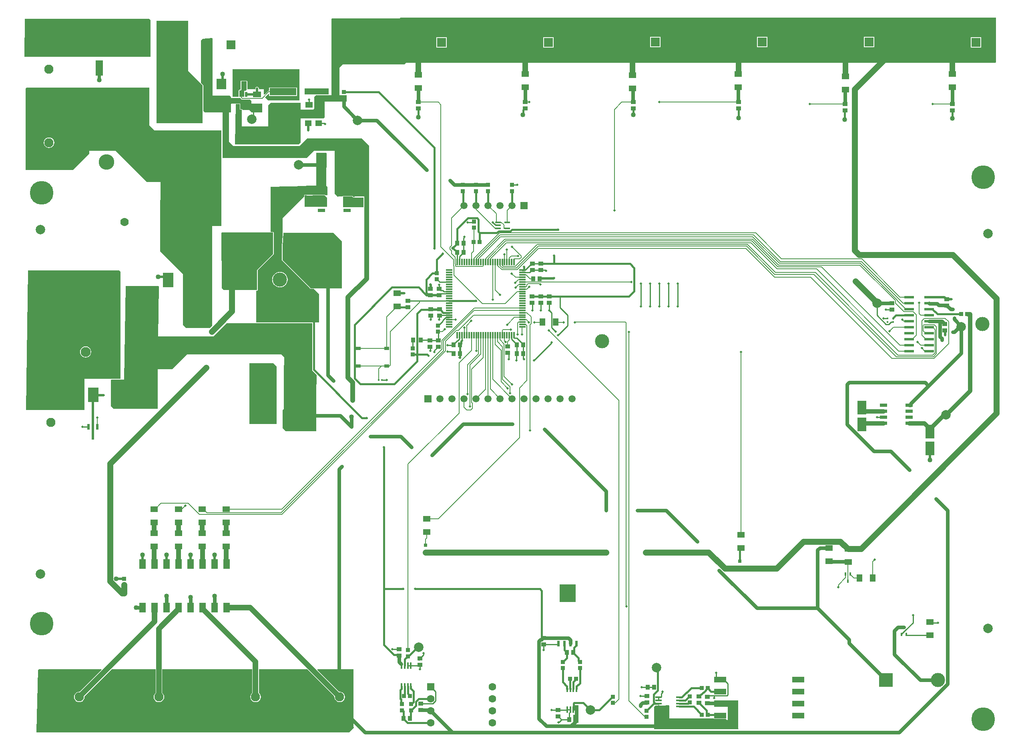
<source format=gtl>
G04*
G04 #@! TF.GenerationSoftware,Altium Limited,Altium Designer,20.0.1 (14)*
G04*
G04 Layer_Physical_Order=1*
G04 Layer_Color=255*
%FSLAX44Y44*%
%MOMM*%
G71*
G01*
G75*
%ADD10C,0.2540*%
%ADD21R,3.0000X1.6000*%
%ADD22R,6.7000X6.7000*%
%ADD23R,2.0000X0.6000*%
%ADD24C,2.0000*%
%ADD25R,1.2000X1.6500*%
%ADD26R,3.4000X3.7000*%
%ADD27R,0.6000X1.2000*%
%ADD28R,0.8500X0.9500*%
%ADD29R,0.4600X0.6450*%
%ADD30R,1.6500X1.2000*%
%ADD31R,0.9000X1.0000*%
%ADD32R,3.4500X1.8500*%
%ADD33R,1.0000X0.9000*%
%ADD34R,1.6000X3.2000*%
%ADD35R,0.9500X0.8500*%
%ADD36R,2.3000X3.0500*%
%ADD37R,1.5250X0.6500*%
%ADD38R,1.8500X3.0000*%
%ADD39R,0.4300X0.4318*%
%ADD40R,0.3500X0.4572*%
%ADD41R,0.3500X0.4318*%
%ADD42R,1.4000X0.4500*%
%ADD43R,4.2000X2.1000*%
%ADD44R,0.4500X1.4000*%
%ADD45R,1.4500X2.0000*%
%ADD46R,0.7000X0.7500*%
%ADD47R,1.2000X0.4000*%
%ADD48R,1.2000X0.3302*%
%ADD49R,0.8500X1.0000*%
%ADD50R,0.4250X0.3000*%
%ADD51R,1.0000X0.7000*%
%ADD52R,0.3000X1.4750*%
%ADD53R,1.4750X0.3000*%
%ADD54R,1.3500X1.1500*%
%ADD55R,5.7000X1.6000*%
%ADD56R,0.5500X1.0500*%
%ADD57R,1.8000X1.3000*%
%ADD58R,2.1500X2.2000*%
%ADD59R,2.6000X1.2000*%
%ADD60R,0.6000X1.2500*%
%ADD115C,2.0000*%
%ADD116C,1.2700*%
%ADD117C,0.8890*%
%ADD118C,0.2032*%
%ADD119C,0.3810*%
%ADD120C,0.7620*%
%ADD121C,1.0160*%
%ADD122C,0.5080*%
%ADD123C,0.6350*%
%ADD124C,1.1430*%
%ADD125C,5.0000*%
%ADD126R,1.9500X1.9500*%
%ADD127C,1.9500*%
%ADD128C,3.0000*%
%ADD129R,3.0000X3.0000*%
%ADD130R,1.9500X1.9500*%
%ADD131C,1.5000*%
%ADD132R,1.5000X1.5000*%
%ADD133C,1.6000*%
%ADD134R,1.6000X1.6000*%
%ADD135C,2.1000*%
%ADD136C,3.2900*%
%ADD137C,1.7700*%
%ADD138C,0.5080*%
%ADD139C,1.0160*%
G36*
X524510Y2150110D02*
Y2072640D01*
X258715D01*
X257824Y2073545D01*
X259080Y2152650D01*
X521970D01*
X524510Y2150110D01*
D02*
G37*
G36*
X901700Y1993160D02*
X901170Y1992630D01*
X850900D01*
Y2005288D01*
X850930Y2005300D01*
X901700D01*
Y1993160D01*
D02*
G37*
G36*
X2312670Y2061210D02*
X2311400Y2059940D01*
X1065530D01*
X1061720Y2056130D01*
X930910D01*
X924560Y2049780D01*
Y1991360D01*
X939614D01*
X939800Y1990910D01*
Y1977390D01*
X892810D01*
Y1944370D01*
X890270Y1941830D01*
X842010D01*
Y1891030D01*
X838200Y1887220D01*
X704485D01*
X703594Y1888125D01*
X704850Y1972310D01*
X713142Y1972310D01*
Y1960410D01*
X717655D01*
X717655Y1925320D01*
X773430D01*
Y1969770D01*
X778510Y1974850D01*
X842010D01*
Y1960880D01*
X868680D01*
X871220Y1963420D01*
Y1987550D01*
X874925Y1991255D01*
X901170D01*
X901170Y1991255D01*
X901423Y1991360D01*
X907640D01*
Y2152650D01*
X908910Y2153920D01*
X1051560D01*
X1052830Y2155190D01*
X2312670D01*
Y2061210D01*
D02*
G37*
G36*
X839470Y1979930D02*
X773430D01*
X766503Y1986857D01*
X774054Y1994408D01*
X775228Y1993922D01*
Y1989080D01*
X834768D01*
Y2007620D01*
X775228D01*
Y2000681D01*
X774700D01*
X773808Y2000503D01*
X773052Y1999998D01*
X765713Y1992660D01*
X764540Y1993146D01*
Y2004060D01*
X753839D01*
Y2005330D01*
X753544Y2006817D01*
X752702Y2008077D01*
X751441Y2008919D01*
X749955Y2009215D01*
X748468Y2008919D01*
X747208Y2008077D01*
X746366Y2006817D01*
X746070Y2005330D01*
Y2004060D01*
X729085D01*
Y2020570D01*
X728682Y2021542D01*
X727710Y2021945D01*
X716385D01*
X715413Y2021542D01*
X715010Y2020570D01*
Y2004060D01*
Y2002790D01*
X712470D01*
X711200Y2001520D01*
Y1987550D01*
X698500D01*
Y2004060D01*
X698500Y2045970D01*
X839470D01*
X839470Y1979930D01*
D02*
G37*
G36*
X727710Y2002760D02*
X725200Y2000250D01*
X722630D01*
Y1987550D01*
X712575D01*
Y2000951D01*
X713039Y2001415D01*
X715010D01*
X715982Y2001818D01*
X716385Y2002790D01*
Y2020570D01*
X727710D01*
Y2002760D01*
D02*
G37*
G36*
X655896Y2111084D02*
Y1991200D01*
X654786Y1990090D01*
X692620D01*
X695160Y1987550D01*
Y1985360D01*
X695160D01*
X701040Y1984860D01*
X715112D01*
X715514Y1984258D01*
X717046Y1982726D01*
X717802Y1982220D01*
X718694Y1982043D01*
X734897D01*
X737870Y1979070D01*
Y1973580D01*
X760730D01*
Y1954530D01*
X739140D01*
X734060Y1959610D01*
X719029D01*
Y1960410D01*
X718627Y1961382D01*
X717655Y1961784D01*
X714517D01*
Y1972310D01*
X714172Y1973142D01*
X714610Y1973580D01*
X713431Y1973580D01*
X713427Y1973580D01*
X713143Y1973685D01*
X713142Y1973685D01*
X713127Y1973685D01*
X704850Y1973685D01*
X704597Y1973580D01*
X696395D01*
X695160Y1972345D01*
Y1954864D01*
X690407D01*
Y1893208D01*
X700205Y1883410D01*
X839470D01*
X855980Y1899920D01*
X971550D01*
X986790Y1884680D01*
Y1777220D01*
X976630D01*
Y1776730D01*
X956310D01*
X955145Y1775565D01*
X954935D01*
X953280Y1777220D01*
X952684D01*
X952202Y1777702D01*
X951230Y1778105D01*
X951230Y1778105D01*
X932180D01*
X931208Y1777702D01*
X931008Y1777220D01*
X921691D01*
X920566Y1776095D01*
X914400Y1782261D01*
Y1873250D01*
X869950D01*
X854710Y1858010D01*
X676910D01*
Y1954864D01*
X639603D01*
X636375Y1958092D01*
Y2011680D01*
X636375Y2011680D01*
X635972Y2012652D01*
X631190Y2017434D01*
Y2107506D01*
X634424Y2110740D01*
X654972Y2111955D01*
X655896Y2111084D01*
D02*
G37*
G36*
X603785Y2042895D02*
X635000Y2011680D01*
Y1931810D01*
X537210D01*
Y2148840D01*
X603785D01*
Y2042895D01*
D02*
G37*
G36*
X896620Y1799590D02*
X899160Y1797050D01*
Y1779270D01*
X894754D01*
X893782Y1780242D01*
X892810Y1780645D01*
X892810Y1780645D01*
X867330D01*
X866629Y1780354D01*
X855491D01*
X854790Y1780645D01*
X850930D01*
X850449Y1780445D01*
X849959Y1780243D01*
X849959Y1780242D01*
X849958Y1780242D01*
X849758Y1779758D01*
X849555Y1779272D01*
X849552Y1776652D01*
X803910Y1731010D01*
X803910Y1694729D01*
X802538Y1671401D01*
X802552Y1671360D01*
X802535Y1671320D01*
Y1642110D01*
X802535Y1642110D01*
X802938Y1641138D01*
X862628Y1581448D01*
X863600Y1581045D01*
X863600Y1581045D01*
X869747D01*
X881380Y1569413D01*
X881380Y1510030D01*
X866763D01*
X866510Y1510135D01*
X748030D01*
Y1577235D01*
X749955D01*
X750927Y1577638D01*
X751330Y1578610D01*
Y1620606D01*
X784562Y1653838D01*
X784965Y1654810D01*
X784965Y1654810D01*
Y1700530D01*
X784562Y1701502D01*
X783590Y1701905D01*
X778510D01*
Y1797050D01*
X853982Y1799176D01*
X854369Y1799590D01*
X874925D01*
Y1869440D01*
X896620D01*
Y1799590D01*
D02*
G37*
G36*
X897890Y1774190D02*
Y1755140D01*
X851799D01*
X850901Y1756039D01*
X850930Y1779270D01*
X854790D01*
Y1778980D01*
X867330D01*
Y1779270D01*
X892810D01*
X897890Y1774190D01*
D02*
G37*
G36*
X953770D02*
X975236D01*
Y1755016D01*
X974090Y1753870D01*
X932180D01*
Y1776730D01*
X951230D01*
X953770Y1774190D01*
D02*
G37*
G36*
X929640Y1681480D02*
Y1582420D01*
X863600D01*
X803910Y1642110D01*
Y1671320D01*
X805575Y1699627D01*
X911493D01*
X929640Y1681480D01*
D02*
G37*
G36*
X783590Y1654810D02*
X749955Y1621175D01*
Y1578610D01*
X679450D01*
X675640Y1582420D01*
X674380Y1699627D01*
X675273Y1700530D01*
X783590D01*
Y1654810D01*
D02*
G37*
G36*
X521970Y1927860D02*
X533400Y1916430D01*
X674170D01*
Y1808480D01*
X674086Y1808396D01*
Y1714500D01*
X655320D01*
Y1503086D01*
X650834Y1498600D01*
X599440D01*
X593090Y1504950D01*
Y1612340D01*
X544830Y1660600D01*
Y1731010D01*
X545009Y1731055D01*
X545979Y1807210D01*
X516890D01*
X450850Y1873250D01*
X394970D01*
Y1866900D01*
X360680Y1832610D01*
X260350D01*
Y2005330D01*
X262640Y2007620D01*
X521970D01*
Y1927860D01*
D02*
G37*
G36*
X461264Y1617726D02*
X461264Y1391158D01*
X384810D01*
Y1324610D01*
X261802Y1324610D01*
X260911Y1325515D01*
X265450Y1620520D01*
X458470Y1620520D01*
X461264Y1617726D01*
D02*
G37*
G36*
X791210Y1417320D02*
Y1295400D01*
X734060D01*
Y1423670D01*
X784860D01*
X791210Y1417320D01*
D02*
G37*
G36*
X542278Y1586596D02*
X540868Y1480820D01*
X657860D01*
X685800Y1508760D01*
X866510D01*
Y1409903D01*
X866756Y1408664D01*
X867458Y1407614D01*
X876300Y1398772D01*
Y1379220D01*
X875030D01*
Y1280160D01*
X810260D01*
X803910Y1286510D01*
Y1324792D01*
X806450Y1327332D01*
Y1410970D01*
X807720Y1427480D01*
Y1436370D01*
X801370Y1442720D01*
X601980D01*
X570230Y1410970D01*
X539936D01*
X539750Y1397000D01*
Y1327150D01*
X447040Y1327150D01*
X440690Y1333500D01*
Y1388110D01*
X441960Y1389380D01*
X468630D01*
X472440Y1587500D01*
X541386D01*
X542278Y1586596D01*
D02*
G37*
G36*
X953770Y654050D02*
X955040Y652780D01*
X944880Y642620D01*
X284121D01*
X283236Y643531D01*
X287020Y774700D01*
X288290Y775970D01*
X420647D01*
X421133Y774797D01*
X374868Y728531D01*
X373850Y728665D01*
X370973Y728286D01*
X368292Y727176D01*
X365990Y725409D01*
X364224Y723108D01*
X363114Y720427D01*
X362735Y717550D01*
X363114Y714673D01*
X364224Y711992D01*
X365990Y709690D01*
X368292Y707924D01*
X370973Y706814D01*
X373850Y706435D01*
X376727Y706814D01*
X379407Y707924D01*
X381709Y709690D01*
X383476Y711992D01*
X384586Y714673D01*
X384965Y717550D01*
X384831Y718568D01*
X442233Y775970D01*
X535245D01*
Y726034D01*
X534431Y725409D01*
X532664Y723108D01*
X531554Y720427D01*
X531175Y717550D01*
X531554Y714673D01*
X532664Y711992D01*
X534431Y709690D01*
X536732Y707924D01*
X539413Y706814D01*
X542290Y706435D01*
X545167Y706814D01*
X547848Y707924D01*
X550149Y709690D01*
X551916Y711992D01*
X553026Y714673D01*
X553405Y717550D01*
X553026Y720427D01*
X551916Y723108D01*
X550149Y725409D01*
X549335Y726034D01*
Y775970D01*
X739715D01*
Y726034D01*
X738901Y725409D01*
X737134Y723108D01*
X736024Y720427D01*
X735645Y717550D01*
X736024Y714673D01*
X737134Y711992D01*
X738901Y709690D01*
X741202Y707924D01*
X743883Y706814D01*
X746760Y706435D01*
X749637Y706814D01*
X752318Y707924D01*
X754620Y709690D01*
X756386Y711992D01*
X757496Y714673D01*
X757875Y717550D01*
X757496Y720427D01*
X756386Y723108D01*
X754620Y725409D01*
X753805Y726034D01*
Y775970D01*
X856177D01*
X913579Y718568D01*
X913445Y717550D01*
X913824Y714673D01*
X914934Y711992D01*
X916701Y709690D01*
X919003Y707924D01*
X921683Y706814D01*
X924560Y706435D01*
X927437Y706814D01*
X930117Y707924D01*
X932420Y709690D01*
X934186Y711992D01*
X935296Y714673D01*
X935675Y717550D01*
X935296Y720427D01*
X934186Y723108D01*
X932420Y725409D01*
X930117Y727176D01*
X927437Y728286D01*
X924560Y728665D01*
X923542Y728531D01*
X877277Y774797D01*
X877763Y775970D01*
X953770D01*
Y654050D01*
D02*
G37*
G36*
X1767840Y650240D02*
X1767937Y650143D01*
X1767451Y648970D01*
X1590040D01*
Y696400D01*
X1592140Y698500D01*
X1620873Y699731D01*
X1621790Y698852D01*
Y671830D01*
X1715520D01*
Y670910D01*
X1740952D01*
X1743842Y668020D01*
X1745330Y669508D01*
Y696207D01*
X1717870D01*
X1717040Y697038D01*
Y710038D01*
X1767840D01*
Y650240D01*
D02*
G37*
G36*
X1429810Y662940D02*
X1418870D01*
Y676510D01*
X1418990Y679450D01*
X1421130D01*
X1422400Y680720D01*
Y690771D01*
X1422452Y691032D01*
Y699770D01*
X1429810D01*
Y662940D01*
D02*
G37*
%LPC*%
G36*
X2055720Y2114952D02*
X2033680D01*
Y2092912D01*
X2055720D01*
Y2114952D01*
D02*
G37*
G36*
X1829660D02*
X1807620D01*
Y2092912D01*
X1829660D01*
Y2114952D01*
D02*
G37*
G36*
X1603600D02*
X1581560D01*
Y2092912D01*
X1603600D01*
Y2114952D01*
D02*
G37*
G36*
X2281780Y2114140D02*
X2259740D01*
Y2092100D01*
X2281780D01*
Y2114140D01*
D02*
G37*
G36*
X1377540D02*
X1355500D01*
Y2092100D01*
X1377540D01*
Y2114140D01*
D02*
G37*
G36*
X1151480D02*
X1129440D01*
Y2092100D01*
X1151480D01*
Y2114140D01*
D02*
G37*
G36*
X798360Y1617096D02*
X795171Y1616782D01*
X792104Y1615852D01*
X789277Y1614341D01*
X786800Y1612308D01*
X784767Y1609830D01*
X783256Y1607004D01*
X782326Y1603937D01*
X782011Y1600748D01*
X782326Y1597558D01*
X783256Y1594491D01*
X784767Y1591665D01*
X786800Y1589187D01*
X789277Y1587154D01*
X792104Y1585643D01*
X795171Y1584713D01*
X798360Y1584399D01*
X801550Y1584713D01*
X804616Y1585643D01*
X807443Y1587154D01*
X809920Y1589187D01*
X811954Y1591665D01*
X813464Y1594491D01*
X814395Y1597558D01*
X814709Y1600748D01*
X814395Y1603937D01*
X813464Y1607004D01*
X811954Y1609830D01*
X809920Y1612308D01*
X807443Y1614341D01*
X804616Y1615852D01*
X801550Y1616782D01*
X798360Y1617096D01*
D02*
G37*
G36*
X309880Y1901675D02*
X307003Y1901297D01*
X304322Y1900186D01*
X302020Y1898420D01*
X300254Y1896118D01*
X299144Y1893437D01*
X298765Y1890560D01*
X299144Y1887683D01*
X300254Y1885003D01*
X302020Y1882701D01*
X304322Y1880934D01*
X307003Y1879824D01*
X309880Y1879445D01*
X312757Y1879824D01*
X315438Y1880934D01*
X317740Y1882701D01*
X319506Y1885003D01*
X320616Y1887683D01*
X320995Y1890560D01*
X320616Y1893437D01*
X319506Y1896118D01*
X317740Y1898420D01*
X315438Y1900186D01*
X312757Y1901297D01*
X309880Y1901675D01*
D02*
G37*
G36*
X387350Y1459672D02*
X384277Y1459267D01*
X381414Y1458081D01*
X378955Y1456194D01*
X377069Y1453736D01*
X375883Y1450873D01*
X375478Y1447800D01*
X375883Y1444727D01*
X377069Y1441864D01*
X378955Y1439406D01*
X381414Y1437519D01*
X384277Y1436333D01*
X387350Y1435928D01*
X390423Y1436333D01*
X393286Y1437519D01*
X395745Y1439406D01*
X397631Y1441864D01*
X398817Y1444727D01*
X399222Y1447800D01*
X398817Y1450873D01*
X397631Y1453736D01*
X395745Y1456194D01*
X393286Y1458081D01*
X390423Y1459267D01*
X387350Y1459672D01*
D02*
G37*
%LPD*%
D10*
X1367790Y1535830D02*
X1373220Y1530400D01*
Y1499370D02*
Y1530400D01*
Y1499370D02*
X1381760Y1490830D01*
X1562100Y1544320D02*
Y1592580D01*
X1581467Y1544320D02*
Y1592580D01*
X1600835Y1544320D02*
Y1592580D01*
X1620202Y1544320D02*
Y1592580D01*
X1639570Y1544320D02*
Y1592580D01*
X1186580Y1677670D02*
Y1689097D01*
X1188435Y1690953D01*
Y1691640D01*
X2172970Y876330D02*
X2174597Y874703D01*
X2190260D01*
X1255790Y1715770D02*
X1259790D01*
X1253829Y1717730D02*
X1255790Y1715770D01*
X1252738Y1717730D02*
X1253829D01*
X1248435Y1722033D02*
X1252738Y1717730D01*
X1248435Y1722033D02*
Y1722270D01*
X1207770D02*
X1209040Y1723540D01*
X1195070Y1722270D02*
X1207770D01*
X1289050Y1801305D02*
X1300494D01*
X2061330Y1309370D02*
X2074730D01*
X1310815Y1620830D02*
X1316690D01*
X1313223Y1443990D02*
Y1463540D01*
X1178960Y1463040D02*
X1182190Y1466270D01*
X1143682Y1530830D02*
X1156055D01*
X1117600Y1538370D02*
X1136143D01*
X1143682Y1530830D01*
X1391080Y1541910D02*
Y1565040D01*
Y1541910D02*
X1407160Y1525830D01*
Y1503569D02*
Y1525830D01*
X1386840Y1483220D02*
Y1483249D01*
X1407160Y1503569D01*
X1335898Y1430195D02*
X1372870Y1467167D01*
Y1468120D01*
X1313223Y1434217D02*
Y1443990D01*
Y1434217D02*
X1314880Y1432560D01*
X1350010Y1621033D02*
X1358970D01*
X1360753Y1619250D01*
X1361440D01*
X381000Y1289390D02*
X393040D01*
X2113360Y849730D02*
Y850655D01*
X2121710Y859005D01*
X2121712D01*
X2137410Y874703D01*
Y890270D01*
X2124390Y848330D02*
X2172970D01*
X2123360Y849360D02*
X2124390Y848330D01*
X2123360Y849360D02*
Y849730D01*
X2061210Y1525364D02*
Y1550830D01*
X2090992Y1511360D02*
X2095150D01*
X2085952Y1506320D02*
X2090992Y1511360D01*
X2080255Y1506320D02*
X2085952D01*
X2061210Y1525364D02*
X2080255Y1506320D01*
X1117600Y1515830D02*
Y1524870D01*
X1135380Y1524608D02*
X1135643Y1524870D01*
X1135380Y1515830D02*
Y1524608D01*
Y1581550D02*
Y1590040D01*
X2083066Y1518944D02*
X2083150Y1518860D01*
X2074814Y1518944D02*
X2083066D01*
X2074730Y1519029D02*
X2074814Y1518944D01*
X2080260Y1537570D02*
X2092960D01*
X1717040Y720440D02*
X1743842D01*
X1704816D02*
X1717040D01*
Y715010D02*
Y720440D01*
X1725580Y754380D02*
X1729790D01*
X1720850Y759110D02*
X1725580Y754380D01*
X1720850Y759110D02*
Y768350D01*
X1560830Y719577D02*
X1574800D01*
X1563370Y737870D02*
X1576540D01*
X1387157Y663418D02*
X1388110D01*
X1393982Y669290D01*
X1386410Y676510D02*
X1386910D01*
X1393982Y669438D01*
Y669290D02*
Y669438D01*
X1386010Y689610D02*
X1386410Y690010D01*
X1372870Y689610D02*
X1386010D01*
X1356360Y817140D02*
Y828910D01*
X859790Y1970980D02*
Y1981965D01*
X880110Y1931810D02*
X891049D01*
X893095Y1929765D01*
X893782D01*
X739140Y1940560D02*
X742225Y1943645D01*
Y1958930D01*
X747455Y1964160D01*
X749955D01*
X1299723Y1443990D02*
Y1463040D01*
X1298455Y1442722D02*
X1299723Y1443990D01*
X1298455Y1430195D02*
Y1442722D01*
X1280160Y1446130D02*
X1282300Y1443990D01*
Y1432560D02*
Y1443990D01*
X1349747Y1551540D02*
X1350010Y1551278D01*
Y1535830D02*
Y1551278D01*
X1331705Y1551540D02*
X1331967Y1551278D01*
Y1535830D02*
Y1551278D01*
X1316490Y1963020D02*
X1316990D01*
X1313260Y1959790D02*
X1316490Y1963020D01*
X1311910Y1949450D02*
X1313260Y1950800D01*
X1992630Y1958600D02*
X1993240Y1959210D01*
X1767955Y1963020D02*
X1768640Y1962335D01*
X1165460Y1443990D02*
Y1444490D01*
X1162230Y1447720D02*
X1165460Y1444490D01*
X1161730Y1447720D02*
X1162230D01*
X1161042Y1448409D02*
X1161730Y1447720D01*
X1153160Y1448409D02*
X1161042D01*
X1036320Y818280D02*
X1050290D01*
X1102360Y806850D02*
Y810260D01*
X1094740Y799230D02*
X1102360Y806850D01*
X1094740Y775970D02*
Y785730D01*
X1092200Y1555830D02*
X1093470D01*
X1156055D01*
X1314450Y1620830D02*
X1316690D01*
X1013670Y1388110D02*
X1024410D01*
X1133222Y1458830D02*
X1133722D01*
X1125198Y1450806D02*
X1133222Y1458830D01*
X1125198Y1448409D02*
Y1450806D01*
X1124712Y1447923D02*
X1125198Y1448409D01*
X1165360Y1463519D02*
X1165460Y1463540D01*
X1165360Y1463519D02*
X1165360D01*
X1358787Y828388D02*
X1358900Y828910D01*
X1358787Y828386D02*
X1358787Y828388D01*
X1165360Y1463519D02*
X1165360Y1463519D01*
X1069660Y1555830D02*
X1092200D01*
X1386410Y676510D02*
X1388110Y674810D01*
X1393982Y669290D02*
X1410570D01*
X1405870Y690687D02*
X1412370D01*
X1405193Y690010D02*
X1405870Y690687D01*
X1386410Y690010D02*
X1405193D01*
X1068780Y783867D02*
X1075280D01*
X1092877D01*
X1094740Y785730D01*
X1075280Y783867D02*
Y788617D01*
X1091510Y796000D02*
X1094740Y799230D01*
X1367790Y1535830D02*
Y1551540D01*
X1702325Y717950D02*
X1704816Y720440D01*
X1743842D02*
X1745330Y721928D01*
Y745840D01*
X1736790Y754380D02*
X1745330Y745840D01*
X1729790Y754380D02*
X1736790D01*
X1574800Y736130D02*
X1576540Y737870D01*
X1590040D01*
X1096010Y703580D02*
X1096390Y703200D01*
X1121444D01*
X1127618Y709374D01*
Y728600D01*
X1117078Y739140D02*
X1127618Y728600D01*
X1116330Y1450495D02*
Y1458180D01*
X1115680Y1458830D02*
X1116330Y1458180D01*
X1607820Y726918D02*
Y728980D01*
X1605110Y724208D02*
X1607820Y726918D01*
X1605110Y717517D02*
Y724208D01*
X1604130Y716538D02*
X1605110Y717517D01*
X1599380Y716538D02*
X1604130D01*
X1599380Y710038D02*
Y716538D01*
X1153160Y1461770D02*
X1164190D01*
X1165460Y1463040D01*
X1358900Y828910D02*
X1386268D01*
X1387680Y830322D01*
X1410570Y669290D02*
Y684137D01*
X1412370Y685938D01*
Y690687D01*
X1046480Y1544290D02*
X1048120Y1542650D01*
X1069340Y1556150D02*
X1069660Y1555830D01*
X1132840Y1503830D02*
X1133340D01*
X1142339Y1512829D01*
Y1514581D01*
X1148358Y1520600D01*
X1155825D01*
X1156055Y1520830D01*
X1133722Y1472330D02*
Y1489948D01*
X1132840Y1490830D02*
X1133722Y1489948D01*
X1115680Y1472330D02*
X1133722D01*
X1114810Y1473200D02*
X1115680Y1472330D01*
X1096390Y1473200D02*
X1114810D01*
X1079500Y1455570D02*
Y1472310D01*
X1080390Y1473200D01*
X1136290Y1595830D02*
X1156055D01*
X1130800Y1601320D02*
X1136290Y1595830D01*
X1130300Y1601320D02*
X1130800D01*
X1186580Y1658620D02*
Y1677670D01*
X1178435Y1638210D02*
Y1649975D01*
X1186580Y1658120D01*
Y1658620D01*
X1173435Y1638210D02*
Y1658265D01*
X1173080Y1658620D02*
X1173435Y1658265D01*
X1331967Y1621033D02*
X1350010D01*
X1310815Y1615830D02*
X1326265D01*
X1331467Y1621033D01*
X1331967D01*
X1316690Y1620830D02*
X1327163Y1631303D01*
X1328737D01*
X1331967Y1634533D01*
X1350010D01*
X1293435Y1477575D02*
Y1483450D01*
Y1477575D02*
X1293665Y1477345D01*
X1299418D01*
X1313223Y1463540D01*
X1288435Y1483450D02*
X1288665Y1483220D01*
Y1474598D02*
Y1483220D01*
Y1474598D02*
X1299723Y1463540D01*
Y1463040D02*
Y1463540D01*
X1178205Y1483220D02*
X1178435Y1483450D01*
X1178205Y1475753D02*
Y1483220D01*
X1165460Y1463540D02*
X1173181Y1471261D01*
X1173714D02*
X1178205Y1475753D01*
X1183205Y1472265D02*
Y1483220D01*
X1183435Y1483450D01*
X1173181Y1471261D02*
X1173714D01*
X1136602Y1525830D02*
X1156055D01*
X1135643Y1524870D02*
X1136602Y1525830D01*
X1135380Y1581550D02*
X1138610Y1578320D01*
X1142970D02*
X1145460Y1575830D01*
X1156055D01*
X1138610Y1578320D02*
X1142970D01*
X1138160Y1570830D02*
X1156055D01*
X1135380Y1568050D02*
X1138160Y1570830D01*
D21*
X491610Y2089150D02*
D03*
Y2134870D02*
D03*
D22*
X570110Y2112010D02*
D03*
D23*
X2171360Y1563732D02*
D03*
Y1551033D02*
D03*
Y1525632D02*
D03*
Y1487533D02*
D03*
Y1462133D02*
D03*
Y1449433D02*
D03*
X2128860Y1563732D02*
D03*
Y1551033D02*
D03*
Y1525632D02*
D03*
Y1487533D02*
D03*
Y1462133D02*
D03*
Y1449433D02*
D03*
X2171360Y1538333D02*
D03*
Y1512932D02*
D03*
Y1500233D02*
D03*
Y1474832D02*
D03*
X2128860Y1538333D02*
D03*
Y1512932D02*
D03*
Y1500233D02*
D03*
Y1474832D02*
D03*
D24*
X292100Y977900D02*
D03*
Y1706880D02*
D03*
X2296160Y1697990D02*
D03*
Y862330D02*
D03*
D25*
X1353760Y1510830D02*
D03*
X1381760D02*
D03*
X2024350Y969110D02*
D03*
X2052350D02*
D03*
D26*
X1406730Y936823D02*
D03*
D27*
X1425780Y830322D02*
D03*
X1413080D02*
D03*
X1387680D02*
D03*
X1400380D02*
D03*
D28*
X1703220Y736600D02*
D03*
X1690220D02*
D03*
X1703260Y679450D02*
D03*
X1690260D02*
D03*
X1424660Y755650D02*
D03*
X1411660D02*
D03*
X1073300Y719825D02*
D03*
X1060300D02*
D03*
X1220620Y1680210D02*
D03*
X1207620D02*
D03*
X2239010Y1527810D02*
D03*
X2252010D02*
D03*
D29*
X2004600Y977800D02*
D03*
X1994600D02*
D03*
X1999600Y962760D02*
D03*
X2113360Y849730D02*
D03*
X2123360D02*
D03*
X2118360Y864770D02*
D03*
D30*
X1959610Y1004540D02*
D03*
Y1032540D02*
D03*
X2000250Y1003240D02*
D03*
Y1031240D02*
D03*
X2172970Y848330D02*
D03*
Y876330D02*
D03*
X1767840Y2007840D02*
D03*
Y2035840D02*
D03*
X1544409Y2005300D02*
D03*
Y2033300D02*
D03*
X1994700Y2002730D02*
D03*
Y2030730D02*
D03*
X2220760Y2007840D02*
D03*
Y2035840D02*
D03*
X1316990Y2007840D02*
D03*
Y2035840D02*
D03*
X1090930Y2006570D02*
D03*
Y2034570D02*
D03*
X684530Y1064290D02*
D03*
Y1036290D02*
D03*
X633730Y1064290D02*
D03*
Y1036290D02*
D03*
X584200Y1064290D02*
D03*
Y1036290D02*
D03*
Y1115090D02*
D03*
Y1087090D02*
D03*
X532130Y1064290D02*
D03*
Y1036290D02*
D03*
Y1115090D02*
D03*
Y1087090D02*
D03*
X1109140Y1094770D02*
D03*
Y1066770D02*
D03*
X1046480Y1572290D02*
D03*
Y1544290D02*
D03*
X684530Y1087090D02*
D03*
Y1115090D02*
D03*
X633730Y1087090D02*
D03*
Y1115090D02*
D03*
X1773350Y1032480D02*
D03*
Y1060480D02*
D03*
X859790Y1998980D02*
D03*
Y1970980D02*
D03*
D31*
X1405490Y811530D02*
D03*
X1418990D02*
D03*
X1576540Y737870D02*
D03*
X1590040D02*
D03*
X1410570Y669290D02*
D03*
X1424070D02*
D03*
X1060050Y671740D02*
D03*
X1073550D02*
D03*
X1334370Y1602740D02*
D03*
X1347870D02*
D03*
X1173080Y1677670D02*
D03*
X1186580D02*
D03*
X1173080Y1658620D02*
D03*
X1186580D02*
D03*
X1313223Y1443990D02*
D03*
X1299723D02*
D03*
X1313223Y1463040D02*
D03*
X1299723D02*
D03*
X1178960Y1443990D02*
D03*
X1165460D02*
D03*
X1178960Y1463040D02*
D03*
X1165460D02*
D03*
X721760Y2011680D02*
D03*
X708260D02*
D03*
D32*
X764750Y1313180D02*
D03*
X822750D02*
D03*
D33*
X1545590Y1976520D02*
D03*
Y1963020D02*
D03*
X1280160Y1446130D02*
D03*
Y1459630D02*
D03*
X861060Y1784750D02*
D03*
Y1771250D02*
D03*
X2204720Y1506983D02*
D03*
Y1493483D02*
D03*
X2092960Y1551070D02*
D03*
Y1537570D02*
D03*
X1767955Y1976520D02*
D03*
Y1963020D02*
D03*
X1993240Y1972710D02*
D03*
Y1959210D02*
D03*
X2220760Y1972710D02*
D03*
Y1959210D02*
D03*
X1316990Y1976520D02*
D03*
Y1963020D02*
D03*
X1090930Y1976520D02*
D03*
Y1963020D02*
D03*
X1702325Y717950D02*
D03*
Y704450D02*
D03*
X1684283Y718307D02*
D03*
Y704807D02*
D03*
X1574800Y719577D02*
D03*
Y706077D02*
D03*
X1386410Y676510D02*
D03*
Y690010D02*
D03*
X1094740Y785730D02*
D03*
Y799230D02*
D03*
X1356360Y842410D02*
D03*
Y828910D02*
D03*
X1050290Y818280D02*
D03*
Y804780D02*
D03*
X1096010Y690080D02*
D03*
Y703580D02*
D03*
X1133722Y1472330D02*
D03*
Y1458830D02*
D03*
X1115680Y1472330D02*
D03*
Y1458830D02*
D03*
X1069340Y1542650D02*
D03*
Y1556150D02*
D03*
X1331705Y1565040D02*
D03*
Y1551540D02*
D03*
X1349747Y1565040D02*
D03*
Y1551540D02*
D03*
X1367790Y1565040D02*
D03*
Y1551540D02*
D03*
X1331967Y1634533D02*
D03*
Y1621033D02*
D03*
X1350010Y1634533D02*
D03*
Y1621033D02*
D03*
X1117600Y1538370D02*
D03*
Y1524870D02*
D03*
X1135643Y1538370D02*
D03*
Y1524870D02*
D03*
X1116330Y1568050D02*
D03*
Y1581550D02*
D03*
X1135380Y1568050D02*
D03*
Y1581550D02*
D03*
X2208530Y1559603D02*
D03*
Y1546103D02*
D03*
X963930Y1768310D02*
D03*
Y1781810D02*
D03*
D34*
X416560Y2098910D02*
D03*
Y2048910D02*
D03*
D35*
X1130300Y1601320D02*
D03*
Y1614320D02*
D03*
X1664970Y705970D02*
D03*
Y718970D02*
D03*
X1573530Y688285D02*
D03*
Y675285D02*
D03*
X1069340Y803610D02*
D03*
Y816610D02*
D03*
X1396570Y791360D02*
D03*
Y778360D02*
D03*
X1432655Y791360D02*
D03*
Y778360D02*
D03*
X1075643Y689282D02*
D03*
Y702283D02*
D03*
X1056640Y689282D02*
D03*
Y702283D02*
D03*
X1212850Y1788305D02*
D03*
Y1801305D02*
D03*
X1184910Y1788305D02*
D03*
Y1801305D02*
D03*
X1209040Y1710540D02*
D03*
Y1723540D02*
D03*
X1079500Y1455570D02*
D03*
Y1442570D02*
D03*
X1132840Y1503830D02*
D03*
Y1490830D02*
D03*
X1502410Y705057D02*
D03*
Y718057D02*
D03*
X1238250Y1801305D02*
D03*
Y1788305D02*
D03*
X1289050Y1801305D02*
D03*
Y1788305D02*
D03*
X933450Y1984860D02*
D03*
Y1997860D02*
D03*
X468630Y967740D02*
D03*
Y954740D02*
D03*
D36*
X885750Y1852930D02*
D03*
X955750D02*
D03*
X631900Y1600200D02*
D03*
X561900D02*
D03*
X403150Y1357258D02*
D03*
X473150D02*
D03*
D37*
X886010Y1785620D02*
D03*
Y1772920D02*
D03*
Y1760220D02*
D03*
Y1747520D02*
D03*
X940250D02*
D03*
Y1760220D02*
D03*
Y1772920D02*
D03*
Y1785620D02*
D03*
X2128970Y1334770D02*
D03*
Y1322070D02*
D03*
Y1309370D02*
D03*
Y1296670D02*
D03*
X2074730D02*
D03*
Y1309370D02*
D03*
Y1322070D02*
D03*
Y1334770D02*
D03*
D38*
X2029460Y1293910D02*
D03*
Y1329910D02*
D03*
X2172970Y1243110D02*
D03*
Y1279110D02*
D03*
D39*
X2094750Y1518860D02*
D03*
D40*
X2083150D02*
D03*
Y1511360D02*
D03*
D41*
X2095150D02*
D03*
D42*
X1599380Y697038D02*
D03*
Y703537D02*
D03*
Y710038D02*
D03*
Y716538D02*
D03*
X1643380D02*
D03*
Y710038D02*
D03*
Y703537D02*
D03*
Y697038D02*
D03*
D43*
X756750Y1677670D02*
D03*
X830750D02*
D03*
D44*
X1425370Y690687D02*
D03*
X1418870D02*
D03*
X1412370D02*
D03*
X1405870D02*
D03*
Y734687D02*
D03*
X1412370D02*
D03*
X1418870D02*
D03*
X1425370D02*
D03*
X1055780Y783867D02*
D03*
X1062280D02*
D03*
X1068780D02*
D03*
X1075280D02*
D03*
Y739867D02*
D03*
X1068780D02*
D03*
X1062280D02*
D03*
X1055780D02*
D03*
D45*
X685800Y998500D02*
D03*
X660400D02*
D03*
X635000D02*
D03*
X609600D02*
D03*
X584200D02*
D03*
X558800D02*
D03*
X533400D02*
D03*
X508000D02*
D03*
Y906500D02*
D03*
X533400D02*
D03*
X558800D02*
D03*
X584200D02*
D03*
X609600D02*
D03*
X635000D02*
D03*
X660400D02*
D03*
X685800D02*
D03*
D46*
X1770810Y1004450D02*
D03*
Y989450D02*
D03*
X1106600Y1038740D02*
D03*
Y1023740D02*
D03*
X885190Y1998980D02*
D03*
Y1983980D02*
D03*
D47*
X1278790Y1722270D02*
D03*
Y1709270D02*
D03*
D48*
X1259790D02*
D03*
Y1715770D02*
D03*
Y1722270D02*
D03*
D49*
X1080390Y1473200D02*
D03*
X1096390D02*
D03*
D50*
X1013670Y1388110D02*
D03*
X1007420D02*
D03*
D51*
X1024410Y1417870D02*
D03*
X964410D02*
D03*
X1024410Y1454870D02*
D03*
X964410D02*
D03*
D52*
X1173435Y1638210D02*
D03*
X1178435D02*
D03*
X1183435D02*
D03*
X1188435D02*
D03*
X1193435D02*
D03*
X1198435D02*
D03*
X1203435D02*
D03*
X1208435D02*
D03*
X1213435D02*
D03*
X1218435D02*
D03*
X1223435D02*
D03*
X1228435D02*
D03*
X1233435D02*
D03*
X1238435D02*
D03*
X1243435D02*
D03*
X1248435D02*
D03*
X1253435D02*
D03*
X1258435D02*
D03*
X1263435D02*
D03*
X1268435D02*
D03*
X1273435D02*
D03*
X1278435D02*
D03*
X1283435D02*
D03*
X1288435D02*
D03*
X1293435D02*
D03*
Y1483450D02*
D03*
X1288435D02*
D03*
X1283435D02*
D03*
X1278435D02*
D03*
X1273435D02*
D03*
X1268435D02*
D03*
X1263435D02*
D03*
X1258435D02*
D03*
X1253435D02*
D03*
X1248435D02*
D03*
X1243435D02*
D03*
X1238435D02*
D03*
X1233435D02*
D03*
X1228435D02*
D03*
X1223435D02*
D03*
X1218435D02*
D03*
X1213435D02*
D03*
X1208435D02*
D03*
X1203435D02*
D03*
X1198435D02*
D03*
X1193435D02*
D03*
X1188435D02*
D03*
X1183435D02*
D03*
X1178435D02*
D03*
X1173435D02*
D03*
D53*
X1310815Y1620830D02*
D03*
Y1615830D02*
D03*
Y1610830D02*
D03*
Y1605830D02*
D03*
Y1600830D02*
D03*
Y1595830D02*
D03*
Y1590830D02*
D03*
Y1585830D02*
D03*
Y1580830D02*
D03*
Y1575830D02*
D03*
Y1570830D02*
D03*
Y1565830D02*
D03*
Y1560830D02*
D03*
Y1555830D02*
D03*
Y1550830D02*
D03*
Y1545830D02*
D03*
Y1540830D02*
D03*
Y1535830D02*
D03*
Y1530830D02*
D03*
Y1525830D02*
D03*
Y1520830D02*
D03*
Y1515830D02*
D03*
Y1510830D02*
D03*
Y1505830D02*
D03*
Y1500830D02*
D03*
X1156055D02*
D03*
Y1505830D02*
D03*
Y1510830D02*
D03*
Y1515830D02*
D03*
Y1520830D02*
D03*
Y1525830D02*
D03*
Y1530830D02*
D03*
Y1535830D02*
D03*
Y1540830D02*
D03*
Y1545830D02*
D03*
Y1550830D02*
D03*
Y1555830D02*
D03*
Y1560830D02*
D03*
Y1565830D02*
D03*
Y1570830D02*
D03*
Y1575830D02*
D03*
Y1580830D02*
D03*
Y1585830D02*
D03*
Y1590830D02*
D03*
Y1595830D02*
D03*
Y1600830D02*
D03*
Y1605830D02*
D03*
Y1610830D02*
D03*
Y1615830D02*
D03*
Y1620830D02*
D03*
D54*
X880110Y1949310D02*
D03*
Y1931810D02*
D03*
X858067Y1949310D02*
D03*
Y1931810D02*
D03*
D55*
X804998Y1951350D02*
D03*
Y1998350D02*
D03*
D56*
X707662Y1992930D02*
D03*
X717162D02*
D03*
X726663D02*
D03*
Y1966930D02*
D03*
X717162D02*
D03*
X707662D02*
D03*
D57*
X749955Y1964160D02*
D03*
Y1993160D02*
D03*
D58*
X674370Y1970630D02*
D03*
Y2014630D02*
D03*
D59*
X1729790Y754380D02*
D03*
Y728980D02*
D03*
Y703580D02*
D03*
Y678180D02*
D03*
X1894790Y754380D02*
D03*
Y728980D02*
D03*
Y703580D02*
D03*
Y678180D02*
D03*
D60*
X412140Y1289390D02*
D03*
X393040D02*
D03*
X402590Y1268390D02*
D03*
D115*
X2239010Y1500877D02*
D03*
X317500Y1404620D02*
D03*
X345440Y2139950D02*
D03*
X2061210Y1550830D02*
D03*
X1595120Y779780D02*
D03*
X1092200Y822960D02*
D03*
X557530Y2023110D02*
D03*
X962660Y1938020D02*
D03*
X739140Y1940560D02*
D03*
X838200Y1844040D02*
D03*
X1455420Y689610D02*
D03*
X2207260Y1314450D02*
D03*
D116*
X2221484Y1653286D02*
X2313940Y1560830D01*
Y1317630D02*
Y1560830D01*
X2027550Y1031240D02*
X2313940Y1317630D01*
X2023364Y1653286D02*
X2221484D01*
X696760Y1533657D02*
Y1600748D01*
X654083Y1490980D02*
X696760Y1533657D01*
X439420Y962479D02*
Y1211580D01*
X642620Y1414780D01*
X464640Y937260D02*
X468630D01*
X439420Y962479D02*
X464640Y937260D01*
X1905650Y1046160D02*
X1983780D01*
X468630Y937260D02*
Y954740D01*
X1705145Y1023740D02*
X1739435Y989450D01*
X2014220Y2004060D02*
X2099310Y2089150D01*
X1739435Y989450D02*
X1848940D01*
X1106600Y1023740D02*
X1488320D01*
X1488440Y1023620D01*
X1572260Y1023740D02*
X1705145D01*
X1848940Y989450D02*
X1905650Y1046160D01*
X2014220Y1662430D02*
Y2004060D01*
Y1662430D02*
X2023364Y1653286D01*
X1983780Y1046160D02*
X1998350Y1031590D01*
X2000250Y1031240D02*
X2027550D01*
X2015490Y1597105D02*
X2061210Y1551385D01*
D117*
X2258060Y1365250D02*
Y1527810D01*
X2252010D02*
X2258060D01*
X2207260Y1314450D02*
X2258060Y1365250D01*
X2172970Y1284860D02*
X2200435Y1312324D01*
X2205134D01*
X2207260Y1314450D01*
X2172970Y1279110D02*
Y1284860D01*
X2128970Y1296670D02*
X2161160D01*
X2172970Y1284860D01*
X2029460Y1293910D02*
X2032220Y1296670D01*
X2029460Y1329415D02*
Y1329910D01*
X2032220Y1296670D02*
X2074730D01*
X2036805Y1322070D02*
X2074730D01*
X2029460Y1329415D02*
X2036805Y1322070D01*
D118*
X2128860Y1538333D02*
X2136032D01*
X2136140Y1538440D01*
X802102Y1103502D02*
X1148334Y1449734D01*
X1175359Y1493111D02*
X1208078Y1525830D01*
X1169649Y1491771D02*
Y1491772D01*
X603831Y1127506D02*
X627835Y1103502D01*
X802715Y1115090D02*
X1141009Y1453383D01*
X684530Y1115090D02*
X802715D01*
X1141009Y1453383D02*
Y1472471D01*
X1141730Y1490830D02*
X1146706Y1495806D01*
X1157790Y1669509D02*
X1161288Y1673007D01*
X1157790Y1665511D02*
X1161288Y1662013D01*
Y1656080D02*
Y1662013D01*
Y1673007D02*
Y1731518D01*
X1157790Y1665511D02*
Y1669509D01*
X1161288Y1656080D02*
X1169244Y1648124D01*
X1161288Y1731518D02*
X1187450Y1757680D01*
X1169244Y1634019D02*
Y1648124D01*
Y1634019D02*
X1169649D01*
Y1629685D02*
Y1634019D01*
X1381760Y1510830D02*
X1382560Y1510030D01*
X1398270D01*
X1423200Y1510830D02*
X1528725D01*
X1422400Y1510030D02*
X1423200Y1510830D01*
X1530541Y1509014D02*
X1530541Y910145D01*
X1531366Y909320D01*
X1528725Y1510830D02*
X1530541Y1509014D01*
X1320800Y1530830D02*
X1329889Y1521741D01*
Y1508031D02*
Y1521741D01*
X1326896Y1505038D02*
X1329889Y1508031D01*
X1326896Y1281684D02*
Y1505038D01*
X1319263Y1515830D02*
X1325063Y1510030D01*
X1352960D02*
X1353760Y1510830D01*
X1336942Y1510030D02*
X1352960D01*
X760724Y1984374D02*
X774700Y1998350D01*
X718694Y1984374D02*
X760724D01*
X717162Y1985906D02*
X718694Y1984374D01*
X1367028Y1493012D02*
X1515110Y1344930D01*
X1515110Y712677D01*
X1507490Y705057D02*
X1515110Y712677D01*
X1979520Y949470D02*
X1979948Y949898D01*
Y955058D01*
X1994600Y969710D02*
Y977800D01*
X1979948Y955058D02*
X1994600Y969710D01*
X1999600Y962760D02*
Y1003890D01*
X2012365Y969110D02*
X2024350D01*
X2004600Y976875D02*
X2012365Y969110D01*
X2004600Y976875D02*
Y977800D01*
X2052350Y969110D02*
Y1004287D01*
X2056160Y1008097D01*
Y1008380D01*
X2109927Y1563733D02*
X2128860D01*
X2029010Y1644650D02*
X2109927Y1563733D01*
X1859280Y1644650D02*
X2029010D01*
X2116727Y1551033D02*
X2128860D01*
X2028437Y1639323D02*
X2116727Y1551033D01*
X1856075Y1639323D02*
X2028437D01*
X1123992Y1430062D02*
Y1430195D01*
X534380Y1115090D02*
X546796Y1127506D01*
X1141009Y1472471D02*
X1209368Y1540830D01*
X1295882Y1593692D02*
X1303020Y1600830D01*
X1144311Y1450514D02*
Y1471102D01*
X1123992Y1430195D02*
X1144311Y1450514D01*
X1295882Y1628549D02*
X1342596Y1675264D01*
X1270988Y1628549D02*
X1295882D01*
X1342596Y1675264D02*
X1786864D01*
X1310640Y1484884D02*
Y1500830D01*
X1209040Y1680210D02*
Y1710540D01*
X1092520Y1555830D02*
X1093470Y1554880D01*
X1092200Y1556150D02*
X1092520Y1555830D01*
X1007364Y1388110D02*
Y1412240D01*
X1293435Y1644650D02*
X1305560D01*
X1278890Y1722270D02*
Y1747520D01*
X1271928Y1709270D02*
Y1716890D01*
X1255776Y1722270D02*
Y1740154D01*
X684530Y998500D02*
Y999770D01*
X532130Y998500D02*
Y999770D01*
X717162Y1985906D02*
Y1992930D01*
X774700Y1998350D02*
X804998D01*
X1310815Y1610830D02*
X1318806D01*
X1326896Y1602740D01*
X1334370D01*
X1280160Y1459630D02*
Y1469898D01*
X1283435Y1473173D01*
Y1483450D01*
X1132840Y1490830D02*
X1141730D01*
X1156055Y1515830D02*
X1169670D01*
X1310640Y1500830D02*
X1310815D01*
X1773174Y1447292D02*
X1773350Y1447116D01*
Y1060480D02*
Y1447116D01*
X1109140Y1094770D02*
X1133094D01*
X1305052Y1266728D01*
Y1371346D01*
X1320800Y1387094D01*
Y1503290D01*
X1318260Y1505830D02*
X1320800Y1503290D01*
X1310815Y1505830D02*
X1318260D01*
X1303020Y1510830D02*
X1310815D01*
X1300988Y1508798D02*
X1303020Y1510830D01*
X1300988Y1484884D02*
Y1508798D01*
X1310815Y1515830D02*
X1319263D01*
X412140Y1289390D02*
Y1309116D01*
X1278636Y1505204D02*
X1294262Y1520830D01*
X1310815D01*
X1203435Y1638210D02*
Y1657096D01*
X1207620Y1661281D01*
Y1680210D01*
X1209040D01*
X1106600Y1038740D02*
Y1051306D01*
X1109140Y1053846D01*
Y1066770D01*
X1007364Y1388110D02*
X1007420D01*
X1007364Y1412240D02*
X1012994Y1417870D01*
X1024410D01*
X964410D02*
X1012994D01*
X1024410D02*
X1029970D01*
X1031748Y1419648D01*
Y1490726D01*
X1093470Y1552448D01*
Y1554880D01*
X1069340Y1556150D02*
X1092200D01*
X1212850Y1749956D02*
Y1757680D01*
Y1749956D02*
X1253536Y1709270D01*
X1259790D01*
X1278790Y1722270D02*
X1278890D01*
Y1747520D02*
X1289050Y1757680D01*
Y1670558D02*
X1308518Y1651090D01*
Y1647608D02*
Y1651090D01*
X1305560Y1644650D02*
X1308518Y1647608D01*
X1293435Y1638210D02*
Y1644650D01*
X1255776Y1722270D02*
X1259790D01*
X1238250Y1757680D02*
X1255776Y1740154D01*
X1259790Y1722270D02*
X1266548D01*
X1271928Y1716890D01*
Y1709270D02*
X1278790D01*
X1288288Y1613916D02*
X1296374Y1605830D01*
X1310815D01*
X1169649Y1629685D02*
X1170940Y1628394D01*
X1226820D01*
X1228435Y1630009D01*
Y1638210D01*
X1170989Y1493111D02*
X1175359D01*
X1169649Y1491772D02*
X1170989Y1493111D01*
X1148334Y1449734D02*
Y1470456D01*
X532130Y1115090D02*
X534380D01*
X1148334Y1470456D02*
X1169649Y1491771D01*
X1208078Y1525830D02*
X1310815D01*
X546796Y1127506D02*
X603831D01*
X627835Y1103502D02*
X802102D01*
X584200Y1115090D02*
X590834D01*
X598424Y1122680D01*
X1310815Y1530830D02*
X1320800D01*
X633730Y1115090D02*
X635980D01*
X644266Y1106804D01*
X800734D01*
X1123992Y1430062D01*
X1144311Y1471102D02*
X1209037Y1535830D01*
X1310815D01*
X1209368Y1540830D02*
X1310815D01*
X684530Y998500D02*
X685800D01*
X532130D02*
X533400D01*
X964410Y1454870D02*
X1024410D01*
Y1522220D01*
X1046480Y1544290D01*
X1090930Y1976520D02*
X1133202D01*
X1138682Y1971040D01*
Y1670558D02*
Y1971040D01*
Y1670558D02*
X1165942Y1643298D01*
Y1630717D02*
Y1643298D01*
Y1630717D02*
X1166347D01*
Y1610381D02*
Y1630717D01*
Y1610381D02*
X1226820Y1549908D01*
X1274572D01*
X1300494Y1575830D01*
X1310815D01*
Y1580830D02*
X1320546D01*
X1325626Y1585910D01*
X1316990Y1976520D02*
X1325626D01*
X1310815Y1585830D02*
X1318876D01*
X1320546Y1587500D01*
Y1590040D01*
X1322658Y1592152D01*
X1347136D01*
X1348994Y1590294D01*
X1505966Y1747266D02*
Y1961026D01*
X1521460Y1976520D01*
X1545590D01*
X1303302Y1590830D02*
X1310815D01*
X1296708Y1584236D02*
X1303302Y1590830D01*
X2179320Y1972710D02*
X2220760D01*
X1310815Y1595830D02*
X1327282D01*
X1327658Y1595454D01*
X1541714D01*
X1918970Y1972710D02*
X1993240D01*
X1303020Y1600830D02*
X1310815D01*
X1600600Y1976520D02*
X1767955D01*
X1188435Y1483450D02*
Y1499362D01*
X1502410Y705057D02*
X1507490D01*
X1193435Y1483450D02*
Y1503569D01*
X1203198Y1513332D01*
X1536192Y709067D02*
Y1489710D01*
Y709067D02*
X1569974Y675285D01*
X1573530D01*
X1069340Y816610D02*
Y1210564D01*
X1177036Y1318260D01*
Y1424686D01*
X1203435Y1451085D01*
Y1483450D01*
X1283435Y1638210D02*
Y1646147D01*
X1287780Y1650492D01*
X1301750D01*
X2150364Y1529080D02*
Y1551686D01*
Y1529080D02*
X2153811Y1525633D01*
X2171360D01*
X2096262Y1500233D02*
X2128860D01*
X2087263Y1491234D02*
X2096262Y1500233D01*
X1278435Y1638210D02*
Y1664208D01*
X1273435Y1638210D02*
Y1654556D01*
X2114949Y1516380D02*
X2118397Y1512933D01*
X2128860D01*
X1268435Y1638210D02*
X1268919Y1637726D01*
Y1630618D02*
Y1637726D01*
Y1630618D02*
X1270988Y1628549D01*
X1786864Y1675264D02*
X1846330Y1615798D01*
X1930534D01*
X2105487Y1440845D01*
X2179005D01*
X2183646Y1445486D01*
Y1494947D01*
X2178360Y1500233D02*
X2183646Y1494947D01*
X2171360Y1500233D02*
X2178360D01*
X1263435Y1638210D02*
X1263919Y1637726D01*
Y1630618D02*
Y1637726D01*
Y1630618D02*
X1269290Y1625247D01*
X1298455D01*
X1344915Y1671708D01*
X1784875D01*
X1844706Y1611877D01*
X1927952D01*
X2102286Y1437543D01*
X2180373D01*
X2186948Y1444118D01*
Y1500877D01*
X2182307Y1505519D02*
X2186948Y1500877D01*
X2160413Y1505519D02*
X2182307D01*
X2159074Y1504179D02*
X2160413Y1505519D01*
X2159074Y1492819D02*
Y1504179D01*
Y1492819D02*
X2164360Y1487533D01*
X2171360D01*
X1258435Y1638210D02*
X1258919Y1637726D01*
Y1630618D02*
Y1637726D01*
Y1630618D02*
X1267592Y1621945D01*
X1299823D01*
X1345028Y1667150D01*
X1783888D01*
X1844972Y1606065D01*
X1920495D01*
X2092320Y1434241D01*
X2181741D01*
X2212773Y1465273D01*
Y1511663D01*
X2205407Y1519029D02*
X2212773Y1511663D01*
X2161223Y1519029D02*
X2205407D01*
X2155772Y1513577D02*
X2161223Y1519029D01*
X2155772Y1483421D02*
Y1513577D01*
Y1483421D02*
X2164360Y1474833D01*
X2171360D01*
X1253435Y1579173D02*
Y1638210D01*
Y1579173D02*
X1264158Y1568450D01*
X2146808Y1468882D02*
X2153557Y1462133D01*
X2171360D01*
X1248435Y1558265D02*
Y1638210D01*
X2155952Y1455674D02*
X2162193Y1449433D01*
X2171360D01*
X1243435Y1638210D02*
X1243919Y1638694D01*
Y1645802D01*
X1277083Y1678966D01*
X1794251D01*
X1849578Y1623640D01*
X1933054D01*
X2107261Y1449433D01*
X2128860D01*
X1238435Y1638210D02*
X1238919Y1638694D01*
Y1645802D01*
X1275907Y1682789D01*
X1795973D01*
X1851202Y1627560D01*
X1943751D01*
X2109179Y1462133D01*
X2128860D01*
X1233435Y1638210D02*
X1233919Y1638694D01*
Y1645802D01*
X1274208Y1686091D01*
X1798216D01*
X1852826Y1631481D01*
X2025281D01*
X2100246Y1556517D01*
Y1550714D02*
Y1556517D01*
Y1550714D02*
X2117913Y1533047D01*
X2137679D01*
X2144448Y1526277D01*
Y1483421D02*
Y1526277D01*
X2135860Y1474833D02*
X2144448Y1483421D01*
X2128860Y1474833D02*
X2135860D01*
X1218435Y1638210D02*
X1218919Y1638694D01*
Y1645802D01*
X1264757Y1691640D01*
X1798213D01*
X1854450Y1635402D01*
X2026030D01*
X2103548Y1557885D01*
Y1556645D02*
Y1557885D01*
Y1556645D02*
X2121860Y1538333D01*
X2128860D01*
X1208435Y1638210D02*
X1208919Y1638694D01*
Y1645802D01*
X1262599Y1699482D01*
X1804449D01*
X1859280Y1644650D01*
X1213435Y1450495D02*
Y1483450D01*
X1195324Y1358646D02*
Y1420622D01*
X1218435Y1443733D01*
Y1483450D01*
X1200192Y1332738D02*
Y1420156D01*
X1223435Y1443399D01*
Y1483450D01*
X1187880Y1331038D02*
Y1348740D01*
Y1331038D02*
X1193800Y1325118D01*
X1201928D01*
X1205230Y1328420D01*
Y1338834D01*
X1203494Y1340570D02*
X1205230Y1338834D01*
X1203494Y1340570D02*
Y1411012D01*
X1228435Y1435953D01*
Y1483450D01*
X1213280Y1348740D02*
X1233435Y1368895D01*
Y1483450D01*
X1238680Y1348740D02*
Y1415796D01*
X1238435Y1416041D02*
X1238680Y1415796D01*
X1238435Y1416041D02*
Y1483450D01*
X1243435Y1369385D02*
Y1483450D01*
Y1369385D02*
X1264080Y1348740D01*
X1248435Y1389785D02*
X1289480Y1348740D01*
X1248435Y1389785D02*
Y1483450D01*
X1253435Y1463566D02*
Y1483450D01*
Y1463566D02*
X1265936Y1451065D01*
Y1385062D02*
Y1451065D01*
Y1385062D02*
X1280160Y1370838D01*
X1258435Y1469152D02*
Y1483450D01*
Y1469152D02*
X1269238Y1458349D01*
Y1389888D02*
Y1458349D01*
Y1389888D02*
X1284986Y1374140D01*
Y1360558D02*
Y1374140D01*
X1263435Y1473950D02*
Y1483450D01*
Y1473950D02*
X1272540Y1464845D01*
Y1395615D02*
Y1464845D01*
Y1395615D02*
X1289029Y1379126D01*
X1268435Y1483450D02*
Y1493520D01*
X1269705Y1494790D01*
X1287018D01*
X1273435Y1471035D02*
Y1483450D01*
Y1471035D02*
X1275334Y1469136D01*
X1213435Y1638210D02*
X1213919Y1638694D01*
Y1645802D01*
X1263678Y1695561D01*
X1799837D01*
X1856075Y1639323D01*
D119*
X2128860Y1525632D02*
X2136140D01*
X1173080Y1677670D02*
Y1708363D01*
Y1677170D02*
Y1677670D01*
X1166394Y1670484D02*
X1173080Y1677170D01*
X1165928Y1670484D02*
X1166394D01*
X1351940Y838490D02*
Y942340D01*
X1018540Y946150D02*
Y1245870D01*
Y827978D02*
Y946150D01*
X1084580D02*
X1348130D01*
X1351940Y942340D01*
X1018540Y946150D02*
X1059180D01*
X956235Y1391505D02*
X968266Y1379474D01*
X956235Y1505129D02*
X1035558Y1584452D01*
X956235Y1391505D02*
Y1505129D01*
X968266Y1379474D02*
X1040384D01*
X1217862Y1702239D02*
X1220620Y1699482D01*
X1260863Y1703672D02*
X1285682D01*
X1288890Y1706880D01*
X1377950Y1634533D02*
X1538689D01*
X1350010D02*
X1377950D01*
X1195682Y1730965D02*
X1215105D01*
X1220620Y1680210D02*
Y1699482D01*
X1377950Y1634533D02*
Y1651657D01*
X1220620Y1699482D02*
X1256672D01*
X1260863Y1703672D01*
X1173080Y1658620D02*
Y1659120D01*
X1164933Y1667267D02*
X1173080Y1659120D01*
X1162859Y1667267D02*
X1164933D01*
X1162616Y1667510D02*
X1162859Y1667267D01*
X1162954Y1667510D02*
X1165928Y1670484D01*
X1173080Y1708363D02*
X1195682Y1730965D01*
X1048128Y806943D02*
X1050290Y804780D01*
X1039575Y806943D02*
X1048128D01*
X1018540Y827978D02*
X1039575Y806943D01*
X971550Y1308100D02*
X981710D01*
X869747Y1409903D02*
X971550Y1308100D01*
X869747Y1409903D02*
Y1524870D01*
X1314450Y1620830D02*
Y1627632D01*
X1116222Y1537208D02*
X1137384D01*
X1116222D02*
Y1538370D01*
X1088898Y1442570D02*
X1109772D01*
X1079500D02*
X1088898D01*
X1391080Y1565040D02*
X1536192D01*
X1367790D02*
X1391080D01*
X2220760Y1941830D02*
Y1959210D01*
X1313260Y1950800D02*
Y1959790D01*
X1545590Y1949450D02*
Y1963020D01*
X1992630Y1939290D02*
Y1958600D01*
X1768640Y1943100D02*
Y1962335D01*
X1090930Y1944370D02*
Y1963020D01*
X1178760Y1443790D02*
X1178960Y1443990D01*
Y1463040D02*
X1181555Y1465635D01*
Y1470614D01*
X1183205Y1472265D01*
X1178960Y1443990D02*
Y1463040D01*
X1156055Y1555830D02*
X1212850D01*
X1331705Y1565040D02*
X1349747D01*
X1367790D01*
X1536192D02*
X1547622Y1576470D01*
Y1625600D01*
X1538689Y1634533D02*
X1547622Y1625600D01*
X1310815Y1620830D02*
X1314450D01*
X1116330Y1568050D02*
X1135380D01*
X1117600Y1538370D02*
X1135643D01*
X1121052Y1614320D02*
X1130300D01*
X1107948Y1601216D02*
X1121052Y1614320D01*
X1107948Y1572768D02*
Y1601216D01*
Y1572768D02*
X1112666Y1568050D01*
X1035558Y1584452D02*
X1091546D01*
X1040384Y1379474D02*
X1088898Y1427988D01*
Y1439926D01*
X1112666Y1568050D02*
X1116330D01*
X1107948D02*
X1112666D01*
X1091546Y1584452D02*
X1107948Y1568050D01*
X1143762Y1530830D02*
X1156055D01*
X1088898Y1442570D02*
Y1528826D01*
X1109772Y1442570D02*
X1112416Y1439926D01*
X1116222Y1538370D02*
X1117600D01*
X1097280Y1537208D02*
X1116222D01*
X1088898Y1528826D02*
X1097280Y1537208D01*
X1143682Y1530830D02*
X1143762D01*
X1137384Y1537208D02*
X1143762Y1530830D01*
X1136143Y1538370D02*
X1137384Y1537208D01*
X1178760Y1435808D02*
Y1443790D01*
X1178560Y1435608D02*
X1178760Y1435808D01*
X933450Y1997860D02*
X1007214D01*
X1124712Y1880362D01*
Y1666494D02*
Y1880362D01*
X1130300Y1614320D02*
Y1642872D01*
X1142970Y1655542D01*
X1162616Y1667510D02*
X1162954D01*
X1215105Y1730965D02*
X1217862Y1728208D01*
X1288890Y1706880D02*
X1386172D01*
X1217862Y1702239D02*
Y1728208D01*
X1420485Y704807D02*
X1440223D01*
X1419215Y703537D02*
X1420485Y704807D01*
X1419215Y691032D02*
Y703537D01*
X1440223Y704807D02*
X1455420Y689610D01*
X1473463D01*
X1501910Y718057D01*
X1502410D01*
X1418870Y690687D02*
X1419215Y691032D01*
X2188883Y1527810D02*
X2239010D01*
X2178360Y1538333D02*
X2188883Y1527810D01*
X2171360Y1538333D02*
X2178360D01*
X2094750Y1518860D02*
Y1519210D01*
X2101173Y1525633D02*
X2128860D01*
X2094750Y1519210D02*
X2101173Y1525633D01*
X1212850Y1757680D02*
Y1788305D01*
X1184910D02*
X1186180Y1787035D01*
Y1758950D02*
X1187450Y1757680D01*
X1186180Y1758950D02*
Y1787035D01*
X1238250Y1757680D02*
Y1788305D01*
X1289050Y1757680D02*
Y1788305D01*
X1048120Y1542650D02*
X1069340D01*
X1770810Y1004450D02*
Y1029940D01*
X1773350Y1032480D01*
X1589205Y703537D02*
X1592140D01*
X1574030Y688285D02*
X1582790Y697045D01*
X1589205Y706473D02*
Y723045D01*
X1684283Y718307D02*
X1684783D01*
X1684283Y704807D02*
X1684783D01*
X1703260Y679450D02*
X1728520D01*
X1690260D02*
Y679950D01*
X1684783Y718307D02*
X1693804Y727329D01*
X1643380Y703537D02*
X1662037D01*
X1643380Y716538D02*
X1643725Y716882D01*
X1648475D01*
X1684783Y704807D02*
X1700915Y688675D01*
Y681795D02*
X1703260Y679450D01*
X1728520D02*
X1729790Y678180D01*
X1700915Y681795D02*
Y688675D01*
X1694449Y727329D02*
X1703220Y736100D01*
X1710340Y728980D02*
X1729790D01*
X1703220Y736100D02*
Y736600D01*
Y736100D02*
X1710340Y728980D01*
X1693804Y727329D02*
X1694449D01*
X1592140Y703537D02*
X1599380D01*
X1589205Y723045D02*
X1597715Y731555D01*
Y777185D01*
X1582790Y697045D02*
Y697122D01*
X1589205Y703537D01*
Y706473D02*
X1592140Y703537D01*
X1595120Y779780D02*
X1597715Y777185D01*
X1573530Y688285D02*
X1574030D01*
X1668192Y736600D02*
X1690220D01*
X1648475Y716882D02*
X1668192Y736600D01*
X1643380Y710038D02*
X1655538D01*
X1664470Y718970D01*
X1664970D01*
X1664470Y705970D02*
X1664970D01*
X1662037Y703537D02*
X1664470Y705970D01*
X1643380Y697038D02*
X1673172D01*
X1690260Y679950D01*
X1396570Y748737D02*
X1405525Y739783D01*
Y735032D02*
X1405870Y734687D01*
X1425370D02*
X1425715Y735032D01*
X1412025D02*
Y755285D01*
X1425715Y735032D02*
Y739783D01*
X1405525Y735032D02*
Y739783D01*
X1396570Y748737D02*
Y778360D01*
X1411660Y755650D02*
X1412025Y755285D01*
Y735032D02*
X1412370Y734687D01*
X1418870D02*
Y749360D01*
X1424660Y755150D02*
Y755650D01*
X1418870Y749360D02*
X1424660Y755150D01*
X1432655Y746722D02*
Y778360D01*
X1425715Y739783D02*
X1432655Y746722D01*
X1069340Y803610D02*
X1069840D01*
X1068840D02*
X1069340D01*
X1060050Y671740D02*
Y682455D01*
Y671240D02*
Y671740D01*
X1085805Y707365D02*
X1092180Y713740D01*
X1054388Y704536D02*
Y712247D01*
X1055435Y734772D02*
Y739522D01*
X1069840Y803610D02*
X1089190Y822960D01*
X1061935Y739522D02*
X1062280Y739867D01*
X1075280Y735118D02*
Y739867D01*
X1075643Y702283D02*
X1076143D01*
X1060050Y671240D02*
X1068350Y662940D01*
X1052875Y713760D02*
X1054388Y712247D01*
X1073300Y719825D02*
Y720325D01*
X1055435Y739522D02*
X1055780Y739867D01*
X1068350Y662940D02*
X1117078D01*
X1085805Y698944D02*
Y707365D01*
X1076143Y689282D02*
X1085805Y698944D01*
X1073550Y671740D02*
X1074596Y672787D01*
X1092180Y713740D02*
X1117078D01*
X1074596Y688236D02*
X1075643Y689282D01*
X1074596Y672787D02*
Y688236D01*
X1075643Y689282D02*
X1076143D01*
X1056640D02*
X1057140D01*
X1059485Y683020D02*
Y686937D01*
Y683020D02*
X1060050Y682455D01*
X1057140Y689282D02*
X1059485Y686937D01*
X1062280Y797049D02*
X1068840Y803610D01*
X1089190Y822960D02*
X1092200D01*
X1062280Y783867D02*
Y797049D01*
X1075280Y735118D02*
X1080725Y729672D01*
X1076143Y702283D02*
X1080725Y706865D01*
Y729672D01*
X1068780Y724844D02*
X1073300Y720325D01*
X1068780Y724844D02*
Y739867D01*
X1060300Y719825D02*
X1061935Y721460D01*
Y739522D01*
X1052875Y713760D02*
Y732212D01*
X1055435Y734772D01*
X1054388Y704536D02*
X1056640Y702283D01*
X1396570Y791360D02*
X1397070D01*
X1405490Y799780D01*
Y811530D01*
X1432155Y791360D02*
X1432655D01*
X1429810Y793705D02*
X1432155Y791360D01*
X1429810Y793705D02*
Y800210D01*
X1418990Y811030D02*
X1429810Y800210D01*
X1418990Y811030D02*
Y811530D01*
X1425780Y827323D02*
Y830322D01*
X1420703Y822245D02*
X1425780Y827323D01*
X1420703Y813242D02*
Y822245D01*
X1418990Y811530D02*
X1420703Y813242D01*
X1405490Y811530D02*
Y812030D01*
X1400380Y817140D02*
X1405490Y812030D01*
X1400380Y817140D02*
Y830322D01*
D120*
X1413763Y655798D02*
X1604130D01*
X1413763D02*
X1423380Y665416D01*
X1162798Y642620D02*
X2107899D01*
X978517D02*
X1162798D01*
X874560Y717550D02*
X903587D01*
X978517Y642620D01*
X1117078Y688340D02*
X1162798Y642620D01*
X2107899D02*
X2210340Y745060D01*
X2170020Y1375820D02*
X2239010Y1444810D01*
X2132785Y1338585D02*
X2170020Y1375820D01*
X1997710Y1294226D02*
Y1378566D01*
X2002174Y1383030D01*
X2162810D01*
X2170020Y1375820D01*
X2090192Y1237208D02*
X2129790Y1197610D01*
X2054728Y1237208D02*
X2090192D01*
X1997710Y1294226D02*
X2054728Y1237208D01*
X2210340Y745060D02*
Y1111980D01*
X2239010Y1500877D02*
Y1502150D01*
X2224493Y1516667D02*
X2239010Y1502150D01*
X2224493Y1516667D02*
Y1519210D01*
X2208530Y1546103D02*
X2209030D01*
X2216800Y1538333D01*
X2221230D01*
X1362058Y655798D02*
X1413763D01*
X1346280Y671576D02*
X1362058Y655798D01*
X1346280Y671576D02*
Y835514D01*
X1423380Y668600D02*
X1424070Y669290D01*
X1349256Y838490D02*
X1351940D01*
X1423380Y665416D02*
Y668600D01*
X1346280Y835514D02*
X1349256Y838490D01*
X949960Y1289050D02*
Y1310640D01*
X899960Y1398740D02*
Y1600748D01*
Y1398740D02*
X911860Y1386840D01*
X923542Y767080D02*
Y1199132D01*
X929640Y1205230D01*
X2128970Y1334770D02*
X2132225D01*
X2132785Y1335330D01*
Y1338585D01*
X2239010Y1444810D02*
Y1500877D01*
X1935466Y905510D02*
X2002268Y838708D01*
X1807210Y905510D02*
X1935466D01*
X1554480Y1112619D02*
X1615020D01*
X1681480Y1046160D01*
X1935466Y905510D02*
Y1028076D01*
X1186180Y1295400D02*
X1290320D01*
X1120140Y1229360D02*
X1186180Y1295400D01*
X1357630Y1283970D02*
X1488440Y1153160D01*
Y1112520D02*
Y1153160D01*
X1727200Y985520D02*
X1807210Y905510D01*
X2002268Y831370D02*
X2080260Y753378D01*
X989330Y1268730D02*
X1054100D01*
X1076960Y1245870D01*
X822750Y1313180D02*
X925830D01*
X949960Y1289050D01*
X2185670Y1136650D02*
X2210340Y1111980D01*
X1959610Y1004540D02*
X1960260Y1003890D01*
X1999600D01*
X1935466Y1028076D02*
X1939930Y1032540D01*
X1959610D01*
X2105560Y864770D02*
X2118360D01*
X2098040Y857250D02*
X2105560Y864770D01*
X2098040Y807720D02*
Y857250D01*
X2152382Y753378D02*
X2190260D01*
X2098040Y807720D02*
X2152382Y753378D01*
X2061210Y1550830D02*
Y1551385D01*
Y1550830D02*
X2061330Y1550950D01*
X2092840D01*
X2092960Y1551070D01*
X2015490Y1597105D02*
Y1597660D01*
X1702325Y704450D02*
X1702760Y704015D01*
X1729355D01*
X1729790Y703580D01*
X1599380Y685938D02*
Y696207D01*
X1565294Y705387D02*
X1574110D01*
X1560830Y698500D02*
Y700924D01*
X1565294Y705387D01*
X1574110D02*
X1574800Y706077D01*
X1050290Y790987D02*
Y804780D01*
Y790987D02*
X1054220Y787057D01*
X838200Y1844040D02*
X878060D01*
X885750Y1851730D01*
Y1852930D01*
X2002268Y831370D02*
Y838708D01*
X507860Y906640D02*
X508000Y906500D01*
X494170Y906640D02*
X507860D01*
X494030Y906780D02*
X494170Y906640D01*
X558800Y906500D02*
Y930910D01*
X609600Y906500D02*
Y928370D01*
X660400Y906500D02*
Y930910D01*
X1184910Y1801305D02*
X1212850D01*
X1238250D01*
X1167320D02*
X1184910D01*
X1157605Y1811020D02*
X1167320Y1801305D01*
X1003300Y1938020D02*
X1108710Y1832610D01*
X962660Y1938020D02*
X1003300D01*
X2192100Y1512933D02*
X2198270D01*
X2192100D02*
X2194640Y1510393D01*
X2171360Y1512933D02*
X2192100D01*
X2194640Y1479819D02*
Y1481102D01*
Y1479819D02*
X2198270Y1476190D01*
Y1473200D02*
Y1476190D01*
X2221230Y1489710D02*
X2224493D01*
X2235660Y1500877D01*
X2239010D01*
X2194640Y1481102D02*
Y1510393D01*
X1358900Y842410D02*
X1408616D01*
X1413080Y830322D02*
Y837946D01*
X1408616Y842410D02*
X1413080Y837946D01*
X1096010Y690080D02*
X1096700Y689390D01*
X1116028D01*
X1117078Y688340D01*
X2171360Y1551033D02*
X2172170Y1550223D01*
X2188670D01*
X2192100Y1546792D01*
X2207840D01*
X2208530Y1546103D01*
X2198270Y1512933D02*
X2204220Y1506983D01*
X2204720D01*
X1090930Y1976520D02*
Y2006570D01*
X933450Y1967230D02*
Y1984860D01*
X1767897Y1976578D02*
X1767955Y1976520D01*
X1767897Y1976578D02*
Y2007783D01*
X1767840Y2007840D02*
X1767897Y2007783D01*
X1993970Y2002000D02*
X1994700Y2002730D01*
X1993970Y1973400D02*
Y2002000D01*
X1993280Y1972710D02*
X1993970Y1973400D01*
X1993240Y1972710D02*
X1993280D01*
X2220760D02*
Y2007840D01*
X1545000Y1977111D02*
X1545590Y1976520D01*
X1545000Y1977111D02*
Y2004710D01*
X1544409Y2005300D02*
X1545000Y2004710D01*
X1316990Y1976520D02*
Y2007840D01*
X933450Y1967230D02*
X962660Y1938020D01*
X1090460Y2103120D02*
X1090695Y2102885D01*
Y2034805D02*
X1090930Y2034570D01*
X1088790Y2101450D02*
X1090460Y2103120D01*
D121*
X952500Y1344930D02*
Y1383566D01*
X942340Y1563257D02*
X981710Y1602627D01*
X942340Y1393726D02*
Y1563257D01*
Y1393726D02*
X952500Y1383566D01*
X981710Y1602627D02*
Y1785620D01*
X633445Y1036290D02*
X634365Y1035370D01*
Y999135D02*
X635000Y998500D01*
X684530Y999770D02*
Y1036290D01*
X631190D02*
X633445D01*
X634365Y999135D02*
Y1035370D01*
X584200Y998500D02*
Y1036290D01*
X532130Y999770D02*
Y1036290D01*
X684530Y1064290D02*
Y1087090D01*
X633730Y1064290D02*
Y1087090D01*
X584200Y1064290D02*
Y1087090D01*
X532130Y1064290D02*
Y1087090D01*
D122*
X749955Y1993160D02*
Y2005330D01*
X749840Y1993045D02*
X749955Y1993160D01*
X555550Y1606550D02*
X561900Y1600200D01*
X540868Y1606550D02*
X555550D01*
X676910Y2017170D02*
Y2035810D01*
X674370Y2014630D02*
X676910Y2017170D01*
X1116222Y1590294D02*
X1117600Y1588916D01*
Y1582820D02*
Y1588916D01*
X1116330Y1581550D02*
X1117600Y1582820D01*
X1046480Y1572290D02*
X1061720D01*
X2204720Y1493483D02*
X2205407Y1492796D01*
Y1483421D02*
Y1492796D01*
X2208530Y1559603D02*
X2208573Y1559560D01*
X2218690D01*
X2172970Y1219200D02*
Y1243110D01*
X660400Y998500D02*
Y1018540D01*
X609600Y998500D02*
Y1018540D01*
X558800Y998500D02*
Y1018540D01*
X508000Y998500D02*
Y1018540D01*
X452120Y967740D02*
X468630D01*
X402928Y1356360D02*
X425450D01*
X402590Y1356698D02*
X402928Y1356360D01*
X726663Y1992930D02*
X735023D01*
X735137Y1993045D01*
X749840D01*
X858067Y1916430D02*
Y1931810D01*
X1377315Y1603375D02*
X1377950Y1604010D01*
X1348505Y1603375D02*
X1377315D01*
X1347870Y1602740D02*
X1348505Y1603375D01*
X402590Y1268390D02*
Y1356698D01*
X2171360Y1563733D02*
X2203900D01*
X2208030Y1559603D01*
X2208530D01*
X1116330Y1568050D02*
X1135380D01*
D123*
X416560Y2023110D02*
Y2048910D01*
D124*
X635000Y903750D02*
Y906500D01*
X542290Y717550D02*
Y861840D01*
X685800Y906500D02*
X735610D01*
X924560Y717550D01*
X635000Y903750D02*
X746760Y791990D01*
Y717550D02*
Y791990D01*
X584200Y903750D02*
Y906500D01*
X542290Y861840D02*
X584200Y903750D01*
X533400Y877100D02*
Y906500D01*
X373850Y717550D02*
X533400Y877100D01*
X2220760Y2035840D02*
Y2103120D01*
X1994700Y2030730D02*
Y2103932D01*
X1768240Y2103533D02*
X1768640Y2103932D01*
X1768240Y2036125D02*
Y2103533D01*
X1767955Y2035840D02*
X1768240Y2036125D01*
X1767840Y2035840D02*
X1767955D01*
X1544124Y2033585D02*
X1544409Y2033300D01*
X1544124Y2033585D02*
Y2102388D01*
X1542580Y2103932D02*
X1544124Y2102388D01*
X1090695Y2034805D02*
Y2102885D01*
X1316520Y2103120D02*
X1316755Y2102885D01*
Y2036075D02*
Y2102885D01*
Y2036075D02*
X1316990Y2035840D01*
D125*
X2286000Y670560D02*
D03*
Y1817370D02*
D03*
X294640Y1784350D02*
D03*
Y872490D02*
D03*
D126*
X695160Y2098040D02*
D03*
X1140460Y2103120D02*
D03*
X2270760D02*
D03*
X2044700Y2103932D02*
D03*
X1818640D02*
D03*
X1592580D02*
D03*
X1366520Y2103120D02*
D03*
X874560Y717550D02*
D03*
X696760D02*
D03*
X492290D02*
D03*
X323850D02*
D03*
D127*
X645160Y2098040D02*
D03*
X1090460Y2103120D02*
D03*
X2220760D02*
D03*
X1994700Y2103932D02*
D03*
X1768640D02*
D03*
X1542580D02*
D03*
X1316520Y2103120D02*
D03*
X309880Y2045991D02*
D03*
Y1890560D02*
D03*
X313690Y1298740D02*
D03*
X924560Y717550D02*
D03*
X746760D02*
D03*
X542290D02*
D03*
X373850D02*
D03*
D128*
X2190260Y753378D02*
D03*
X696760Y1600748D02*
D03*
X798360D02*
D03*
X899960D02*
D03*
X772960Y1397548D02*
D03*
X823760D02*
D03*
X1479550Y1470152D02*
D03*
X2284000Y1506580D02*
D03*
D129*
X2080260Y753378D02*
D03*
D130*
X309880Y2095992D02*
D03*
Y1940560D02*
D03*
X313690Y1348740D02*
D03*
D131*
X1187450Y1757680D02*
D03*
X1212850D02*
D03*
X1238250D02*
D03*
X1263650D02*
D03*
X1289050D02*
D03*
X1137080Y1348740D02*
D03*
X1162480D02*
D03*
X1187880D02*
D03*
X1213280D02*
D03*
X1238680D02*
D03*
X1264080D02*
D03*
X1289480D02*
D03*
X1314880D02*
D03*
X1340280D02*
D03*
X1365680D02*
D03*
X1391080D02*
D03*
X1416480D02*
D03*
D132*
X1314450Y1757680D02*
D03*
X1111680Y1348740D02*
D03*
D133*
X1247879Y662940D02*
D03*
Y688340D02*
D03*
Y713740D02*
D03*
Y739140D02*
D03*
X1117078Y662940D02*
D03*
Y688340D02*
D03*
Y713740D02*
D03*
D134*
Y739140D02*
D03*
D135*
X447350Y1427800D02*
D03*
X507350Y1447800D02*
D03*
Y1569800D02*
D03*
X387350Y1447800D02*
D03*
D136*
X431800Y1849790D02*
D03*
X609600Y1875190D02*
D03*
Y1951390D02*
D03*
D137*
X469900Y1722790D02*
D03*
X571500D02*
D03*
D138*
X2129790Y1197610D02*
D03*
X2185670Y1136650D02*
D03*
X1381760Y1490830D02*
D03*
X1562100Y1592580D02*
D03*
X1581467D02*
D03*
X1600835D02*
D03*
X1620202D02*
D03*
X1639570D02*
D03*
Y1544320D02*
D03*
X1620202D02*
D03*
X1600835D02*
D03*
X1581467D02*
D03*
X1562100D02*
D03*
X2224493Y1519210D02*
D03*
X2221230Y1538333D02*
D03*
X1084580Y946150D02*
D03*
X1059180D02*
D03*
X1188435Y1691640D02*
D03*
X911860Y1386840D02*
D03*
X929640Y1205230D02*
D03*
X654083Y1490980D02*
D03*
X1146706Y1495806D02*
D03*
X642620Y1414780D02*
D03*
X1386172Y1706880D02*
D03*
X1377950Y1651657D02*
D03*
X1162616Y1667510D02*
D03*
X2190260Y874703D02*
D03*
X1248435Y1722270D02*
D03*
X1195070D02*
D03*
X1300494Y1801305D02*
D03*
X1018540Y1245870D02*
D03*
X981710Y1308100D02*
D03*
X2061330Y1309370D02*
D03*
X1398270Y1510030D02*
D03*
X1422400D02*
D03*
X1386840Y1483220D02*
D03*
X1372870Y1468120D02*
D03*
X1325063Y1510030D02*
D03*
X1336942D02*
D03*
X1335898Y1430195D02*
D03*
X1314880Y1432560D02*
D03*
X1727200Y985520D02*
D03*
X1681480Y1046160D02*
D03*
X1554480Y1112619D02*
D03*
X1488440Y1112520D02*
D03*
X1357630Y1283970D02*
D03*
X1290320Y1295400D02*
D03*
X1120140Y1229360D02*
D03*
X1076960Y1245870D02*
D03*
X989330Y1268730D02*
D03*
X949960Y1289050D02*
D03*
X1361440Y1619250D02*
D03*
X381000Y1289390D02*
D03*
X749955Y2005330D02*
D03*
X1572260Y1023740D02*
D03*
X1488440Y1023620D02*
D03*
X1979520Y949470D02*
D03*
X2056160Y1008380D02*
D03*
X2137410Y890270D02*
D03*
X956310Y1757680D02*
D03*
X967740D02*
D03*
X871870Y1760220D02*
D03*
X862330D02*
D03*
X1135380Y1515830D02*
D03*
X1117600D02*
D03*
X1135380Y1590040D02*
D03*
X1116222Y1590294D02*
D03*
X1061720Y1572290D02*
D03*
X2205407Y1483421D02*
D03*
X2218690Y1559560D02*
D03*
X2128970Y1487533D02*
D03*
X2074730Y1519029D02*
D03*
X2080260Y1537570D02*
D03*
X1717040Y715010D02*
D03*
X1720850Y768350D02*
D03*
X1599380Y685938D02*
D03*
X1560830Y698500D02*
D03*
Y719577D02*
D03*
X1563370Y737870D02*
D03*
X1387157Y663418D02*
D03*
X1372870Y689610D02*
D03*
X1356360Y817140D02*
D03*
X859790Y1981965D02*
D03*
X893782Y1929765D02*
D03*
X1298455Y1430195D02*
D03*
X1282300Y1432560D02*
D03*
X1331967Y1535830D02*
D03*
X1350010D02*
D03*
X1153160Y1448409D02*
D03*
X1036320Y818280D02*
D03*
X1102360Y810260D02*
D03*
X1094740Y775970D02*
D03*
X1295882Y1593692D02*
D03*
X1024410Y1388110D02*
D03*
X1124712Y1447923D02*
D03*
X1153160Y1461770D02*
D03*
X1157605Y1811020D02*
D03*
X1108710Y1832610D02*
D03*
X1367790Y1535830D02*
D03*
X1116330Y1450495D02*
D03*
X858067Y1916430D02*
D03*
X1607820Y728980D02*
D03*
X1377950Y1604010D02*
D03*
X1169670Y1515830D02*
D03*
X425450Y1356360D02*
D03*
X1310640Y1484884D02*
D03*
X1773174Y1447292D02*
D03*
X1300988Y1484884D02*
D03*
X412140Y1309116D02*
D03*
X1278636Y1505204D02*
D03*
X1531366Y909320D02*
D03*
X1212850Y1555830D02*
D03*
X1289050Y1670558D02*
D03*
X1288288Y1613916D02*
D03*
X1314450Y1627632D02*
D03*
X1088898Y1439926D02*
D03*
X1178560Y1435608D02*
D03*
X1112416Y1439926D02*
D03*
X1124712Y1666494D02*
D03*
X1142970Y1655542D02*
D03*
X598424Y1122680D02*
D03*
X1326896Y1281684D02*
D03*
X2198270Y1473200D02*
D03*
X2221230Y1489710D02*
D03*
X1325626Y1585910D02*
D03*
Y1976520D02*
D03*
X1348994Y1590294D02*
D03*
X1505966Y1747266D02*
D03*
X1296708Y1584236D02*
D03*
X2179320Y1972710D02*
D03*
X1541714Y1595454D02*
D03*
X1918970Y1972710D02*
D03*
X1600600Y1976520D02*
D03*
X1188435Y1499362D02*
D03*
X1367028Y1493012D02*
D03*
X1203198Y1513332D02*
D03*
X1536192Y1489710D02*
D03*
X1301750Y1650492D02*
D03*
X2150364Y1551686D02*
D03*
X2087263Y1491234D02*
D03*
X1278435Y1664208D02*
D03*
X1273435Y1654556D02*
D03*
X2114949Y1516380D02*
D03*
X1264158Y1568450D02*
D03*
X2146808Y1468882D02*
D03*
X1248435Y1558265D02*
D03*
X2155952Y1455674D02*
D03*
X1213435Y1450495D02*
D03*
X1195324Y1358646D02*
D03*
X1200192Y1332738D02*
D03*
X1280160Y1370838D02*
D03*
X1284986Y1360558D02*
D03*
X1289029Y1379126D02*
D03*
X1287018Y1494790D02*
D03*
X1275334Y1469136D02*
D03*
D139*
X952500Y1344930D02*
D03*
X949960Y1310640D02*
D03*
X468630Y937260D02*
D03*
X2014220Y1662430D02*
D03*
X2015490Y1597660D02*
D03*
X416560Y2023110D02*
D03*
X540868Y1606550D02*
D03*
X676910Y2035810D02*
D03*
X2172970Y1219200D02*
D03*
X2220760Y1941830D02*
D03*
X1992630Y1939290D02*
D03*
X1768640Y1943100D02*
D03*
X1545590Y1949450D02*
D03*
X1311910D02*
D03*
X1090930Y1944370D02*
D03*
X660400Y930910D02*
D03*
X558800D02*
D03*
X609600Y928370D02*
D03*
X494030Y906780D02*
D03*
X452120Y967740D02*
D03*
X660400Y1018540D02*
D03*
X609600D02*
D03*
X558800D02*
D03*
X508000D02*
D03*
M02*

</source>
